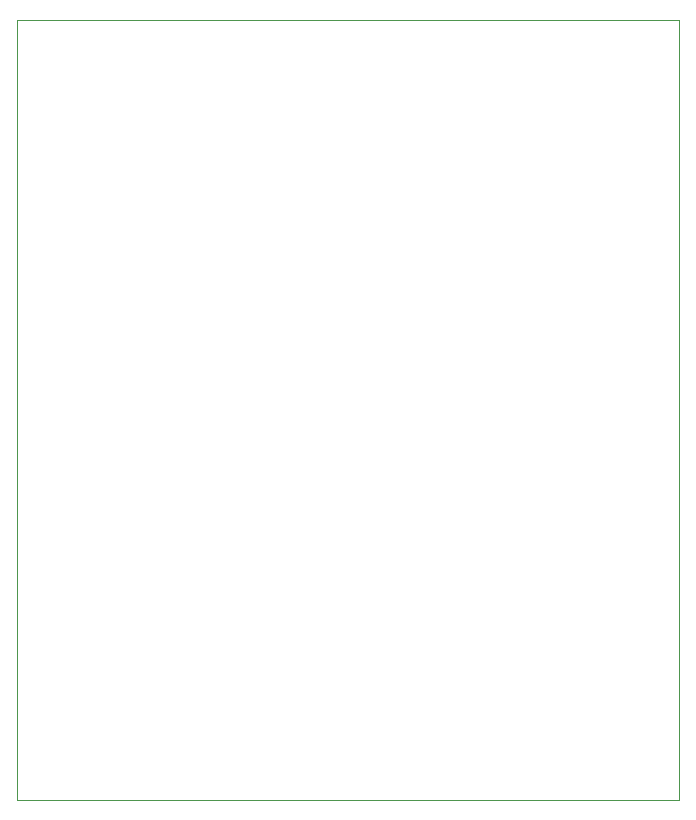
<source format=gm1>
G04 #@! TF.GenerationSoftware,KiCad,Pcbnew,(6.0.9)*
G04 #@! TF.CreationDate,2023-02-13T08:52:12+09:00*
G04 #@! TF.ProjectId,AMS_Fuse,414d535f-4675-4736-952e-6b696361645f,rev?*
G04 #@! TF.SameCoordinates,Original*
G04 #@! TF.FileFunction,Profile,NP*
%FSLAX46Y46*%
G04 Gerber Fmt 4.6, Leading zero omitted, Abs format (unit mm)*
G04 Created by KiCad (PCBNEW (6.0.9)) date 2023-02-13 08:52:12*
%MOMM*%
%LPD*%
G01*
G04 APERTURE LIST*
G04 #@! TA.AperFunction,Profile*
%ADD10C,0.100000*%
G04 #@! TD*
G04 APERTURE END LIST*
D10*
X110000000Y-130000000D02*
X110000000Y-64000000D01*
X110000000Y-64000000D02*
X166000000Y-64000000D01*
X166000000Y-64000000D02*
X166000000Y-130000000D01*
X166000000Y-130000000D02*
X110000000Y-130000000D01*
M02*

</source>
